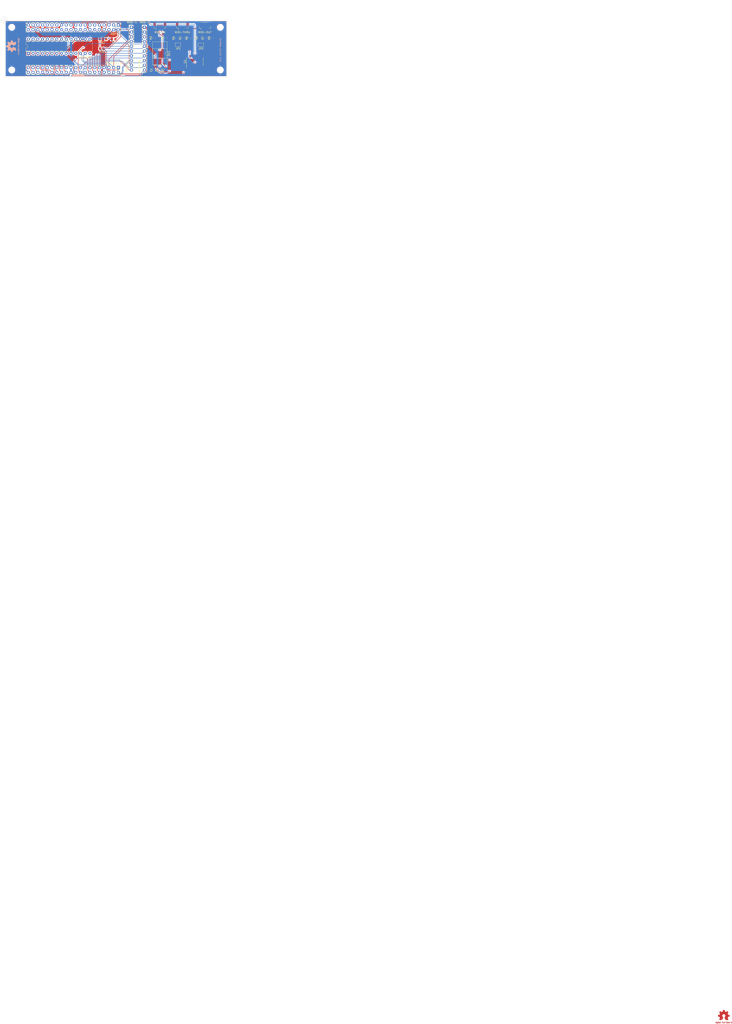
<source format=kicad_pcb>
(kicad_pcb (version 20211014) (generator pcbnew)
  (title_block (title "Zynaptik Circuit") (rev "1.0") (company "Zynthian"))
  (layers (0 "F.Cu" signal) (31 "B.Cu" signal) (34 "B.Paste" user) (35 "F.Paste" user) (36 "B.SilkS" user "B.Silkscreen") (37 "F.SilkS" user "F.Silkscreen") (38 "B.Mask" user) (39 "F.Mask" user) (44 "Edge.Cuts" user))
  (net 0 "")
  (net 1 "GND")
  (net 2 "+5V")
  (net 3 "Net-(D1-Pad2)")
  (net 4 "Net-(D1-Pad1)")
  (net 5 "/MIDI-IN")
  (net 6 "/INTB")
  (net 7 "/INTA")
  (net 8 "/SCL")
  (net 9 "/SDA")
  (net 10 "/AD-ADDR")
  (net 11 "/AD-READY")
  (net 12 "/AD-3")
  (net 13 "/AD-2")
  (net 14 "/AD-1")
  (net 15 "/AD-0")
  (net 16 "/DA-0")
  (net 17 "/DA-1")
  (net 18 "/DA-2")
  (net 19 "/DA-3")
  (net 20 "/DA-READY")
  (net 21 "/DA-LDAC")
  (net 22 "Net-(OC1-Pad1)")
  (net 23 "Net-(OC1-Pad3)")
  (net 24 "/MIDI-THRU")
  (net 25 "/MIDI-OUT")
  (net 26 "+3V3")
  (net 27 "Net-(RBPi-1-Pad40)")
  (net 28 "Net-(RBPi-1-Pad38)")
  (net 29 "Net-(RBPi-1-Pad35)")
  (net 30 "Net-(RBPi-1-Pad33)")
  (net 31 "Net-(RBPi-1-Pad32)")
  (net 32 "Net-(RBPi-1-Pad31)")
  (net 33 "Net-(RBPi-1-Pad29)")
  (net 34 "Net-(RBPi-1-Pad28)")
  (net 35 "Net-(RBPi-1-Pad27)")
  (net 36 "Net-(RBPi-1-Pad26)")
  (net 37 "Net-(RBPi-1-Pad24)")
  (net 38 "Net-(RBPi-1-Pad23)")
  (net 39 "Net-(RBPi-1-Pad22)")
  (net 40 "Net-(RBPi-1-Pad21)")
  (net 41 "Net-(RBPi-1-Pad19)")
  (net 42 "Net-(RBPi-1-Pad18)")
  (net 43 "Net-(RBPi-1-Pad16)")
  (net 44 "Net-(RBPi-1-Pad15)")
  (net 45 "Net-(RBPi-1-Pad13)")
  (net 46 "Net-(RBPi-1-Pad12)")
  (net 47 "Net-(RBPi-1-Pad11)")
  (net 48 "Net-(RBPi-1-Pad7)")
  (net 49 "/GPB0")
  (net 50 "/GPB1")
  (net 51 "/GPB2")
  (net 52 "/GPB3")
  (net 53 "/GPB4")
  (net 54 "/GPB5")
  (net 55 "/GPB6")
  (net 56 "/GPA0")
  (net 57 "/GPB7")
  (net 58 "/GPA1")
  (net 59 "/GPA2")
  (net 60 "/GPA3")
  (net 61 "/GPA4")
  (net 62 "/GPA5")
  (net 63 "/GPA6")
  (net 64 "/GPA7")
  (net 65 "Net-(MIDI-1-Pad3)")
  (net 66 "Net-(MIDI-2-Pad4)")
  (net 67 "Net-(MIDI-2-Pad3)")
  (net 68 "Net-(MIDI-3-Pad3)")
  (net 69 "Net-(MIDI-3-Pad4)")
  (net 70 "Net-(U1-Pad2)")
  (net 71 "Net-(U1-Pad10)")
  (net 72 "Net-(JP1-Pad2)")
  (net 73 "Net-(JP1-Pad1)")
  (net 74 "Net-(JP2-Pad1)")
  (net 75 "Net-(JP2-Pad2)")
  (net 76 "Net-(R6-Pad2)")
  (net 77 "Net-(R9-Pad2)")
  (footprint "Mounting_Holes:MountingHole_2.7mm_M2.5_DIN965" (layer "F.Cu") (at 61.595 104.775 180)
    (fp_text reference "MH1" hide)
    (fp_text value "MountingHole_2.7mm_M2.5_DIN965" hide)
  )
  (footprint "Mounting_Holes:MountingHole_2.7mm_M2.5_DIN965" (layer "F.Cu") (at 61.595 127.635)
    (fp_text reference "MH3" hide)
    (fp_text value "MountingHole_2.7mm_M2.5_DIN965" hide)
  )
  (footprint "Mounting_Holes:MountingHole_2.7mm_M2.5_DIN965" (layer "F.Cu") (at 173.355 104.775 180)
    (fp_text reference "MH2" hide)
    (fp_text value "MountingHole_2.7mm_M2.5_DIN965" hide)
  )
  (footprint "Mounting_Holes:MountingHole_2.7mm_M2.5_DIN965" (layer "F.Cu") (at 173.355 127.635)
    (fp_text reference "MH4" hide)
    (fp_text value "MountingHole_2.7mm_M2.5_DIN965" hide)
  )
  (footprint "Symbols:OSHW-Logo2_9.8x8mm_Copper" (layer "F.Cu") (at 443.23 635)
    (fp_text reference "REF***" hide)
    (fp_text value "OSHW-Logo2_9.8x8mm_Copper" hide)
  )
  (footprint "Symbols:OSHW-Logo2_9.8x8mm_Mask" (layer "F.Cu") (at 62.23 114.935 90)
    (fp_text reference "REF***" hide)
    (fp_text value "OSHW-Logo2_9.8x8mm_Copper" hide)
  )
  (footprint "Symbols:LOGO_ZYNTHIAN_Mask" (layer "F.Cu") (at 173.2915 116.205 90)
    (fp_text reference "G***" hide)
    (fp_text value "Zynthian Logo" hide)
  )
  (footprint "Capacitor_SMD:C_0805_2012Metric" (layer "F.Cu") (at 137.795 127.635 90)
    (fp_text reference "C1")
    (fp_text value "100n")
  )
  (footprint "Capacitor_SMD:C_0805_2012Metric" (layer "F.Cu") (at 116.205 111.125 180)
    (fp_text reference "C4")
    (fp_text value "100n")
  )
  (footprint "Diode_SMD:D_SOD-123" (layer "F.Cu") (at 110.49 111.125 180)
    (fp_text reference "D2")
    (fp_text value "1N5819")
  )
  (footprint "Package_DIP:DIP-28_W7.62mm" (layer "F.Cu") (at 70.485 118.745 90)
    (fp_text reference "MCP23017")
    (fp_text value "MCP23017")
  )
  (footprint "Connector_JST:JST_SH_BM04B-SRSS-TB_1x04-1MP_P1.00mm_Vertical" (layer "F.Cu") (at 140.97 104.14)
    (fp_text reference "MIDI-1")
    (fp_text value "MIDI-IN")
  )
  (footprint "Connector_JST:JST_SH_BM04B-SRSS-TB_1x04-1MP_P1.00mm_Vertical" (layer "F.Cu") (at 153.035 104.14)
    (fp_text reference "MIDI-2")
    (fp_text value "MIDI-THRU")
  )
  (footprint "Connector_JST:JST_SH_BM04B-SRSS-TB_1x04-1MP_P1.00mm_Vertical" (layer "F.Cu") (at 165.1 104.14)
    (fp_text reference "MIDI-3")
    (fp_text value "MIDI-OUT")
  )
  (footprint "Connector_PinHeader_2.54mm:PinHeader_1x10_P2.54mm_Vertical" (layer "F.Cu") (at 125.73 104.775)
    (fp_text reference "MOD-1")
    (fp_text value "ADS1115")
  )
  (footprint "Connector_PinHeader_2.54mm:PinHeader_1x10_P2.54mm_Vertical" (layer "F.Cu") (at 132.715 104.775)
    (fp_text reference "MOD-2")
    (fp_text value "MCP4728")
  )
  (footprint "Resistor_SMD:R_0805_2012Metric" (layer "F.Cu") (at 144.145 127.635 90)
    (fp_text reference "R1")
    (fp_text value "100")
  )
  (footprint "Resistor_SMD:R_0805_2012Metric" (layer "F.Cu") (at 144.145 110.49 90)
    (fp_text reference "R2")
    (fp_text value "470")
  )
  (footprint "Resistor_SMD:R_0805_2012Metric" (layer "F.Cu") (at 137.795 110.49 90)
    (fp_text reference "R3")
    (fp_text value "1K")
  )
  (footprint "Resistor_SMD:R_0805_2012Metric" (layer "F.Cu") (at 109.855 116.205 180)
    (fp_text reference "R10")
    (fp_text value "10K")
  )
  (footprint "Connector_PinHeader_2.54mm:PinHeader_2x20_P2.54mm_Vertical" (layer "F.Cu") (at 118.745 103.505 -90)
    (fp_text reference "RBPi-1")
    (fp_text value "RBPi GPIO")
  )
  (footprint "Connector_PinHeader_2.54mm:PinHeader_2x20_P2.54mm_Vertical" (layer "F.Cu") (at 118.745 126.365 -90)
    (fp_text reference "Zynaptik-1")
    (fp_text value "Zynaptik GPIO")
  )
  (footprint "Resistor_SMD:R_0805_2012Metric" (layer "F.Cu") (at 153.416 110.49 -90)
    (fp_text reference "R4")
    (fp_text value "330")
  )
  (footprint "Resistor_SMD:R_0805_2012Metric" (layer "F.Cu") (at 156.845 110.5535 -90)
    (fp_text reference "R6")
    (fp_text value "33")
  )
  (footprint "Resistor_SMD:R_0805_2012Metric" (layer "F.Cu") (at 165.608 110.49 -90)
    (fp_text reference "R7")
    (fp_text value "330")
  )
  (footprint "Resistor_SMD:R_0805_2012Metric" (layer "F.Cu") (at 162.2425 110.49 90)
    (fp_text reference "R8")
    (fp_text value "10")
  )
  (footprint "Resistor_SMD:R_0805_2012Metric" (layer "F.Cu") (at 169.037 110.4265 -90)
    (fp_text reference "R9")
    (fp_text value "33")
  )
  (footprint "Resistor_SMD:R_0805_2012Metric" (layer "F.Cu") (at 149.987 110.5535 90)
    (fp_text reference "R5")
    (fp_text value "10")
  )
  (footprint "Jumper:SolderJumper-2_P1.3mm_Open_Pad1.0x1.5mm" (layer "F.Cu") (at 150.6705 114.1095)
    (fp_text reference "JP1")
    (fp_text value "Jumper_NO_Small")
  )
  (footprint "Jumper:SolderJumper-2_P1.3mm_Open_Pad1.0x1.5mm" (layer "F.Cu") (at 162.941 114.173)
    (fp_text reference "JP2")
    (fp_text value "Jumper_NO_Small")
  )
  (footprint "Package_SO:SOIC-14_3.9x8.7mm_P1.27mm" (layer "F.Cu") (at 159.7025 123.1265 90)
    (fp_text reference "U1")
    (fp_text value "74LS14")
  )
  (footprint "Package_DIP:DIP-6_W8.89mm_SMDSocket_LongPads" (layer "F.Cu") (at 140.97 118.745 -90)
    (fp_text reference "OC1")
    (fp_text value "H11L1")
  )
  (footprint "Diode_SMD:D_SOD-323" (layer "F.Cu") (at 140.97 127.635 90)
    (fp_text reference "D1")
    (fp_text value "1N4148")
  )
  (footprint "Symbols:OSHW-Logo2_9.8x8mm_SilkScreen" (layer "B.Cu") (at 62.23 114.935 -90)
    (fp_text reference "REF***" hide)
    (fp_text value "OSHW-Logo2_9.8x8mm_SilkScreen" hide)
  )
  (gr_line (start 177.165 100.965) (end 177.165 131.445) (layer "Edge.Cuts") (width 0.1))
  (gr_line (start 57.785 100.965) (end 177.165 100.965) (layer "Edge.Cuts") (width 0.1))
  (gr_line (start 177.165 131.445) (end 57.785 131.445) (layer "Edge.Cuts") (width 0.1))
  (gr_line (start 57.785 131.445) (end 57.785 100.965) (layer "Edge.Cuts") (width 0.1))
  (gr_text "Zynaptik Circuit v1.0\n" (at 173.355 116.84 90) (layer "B.SilkS") (effects (font (size 0.8 0.8) (thickness 0.12)) (justify mirror)))
  (target plus (at 57.785 100.965) (size 5) (width 0.1) (layer "Edge.Cuts"))
  (segment (start 145.324999 121.889997) (end 144.650001 121.214999) (width 0.35) (layer "F.Cu") (net 1))
  (segment (start 109.92999 115.49245) (end 109.92999 125.16999) (width 0.25) (layer "F.Cu") (net 1))
  (segment (start 94.615 130.175) (end 109.22 130.175) (width 0.25) (layer "F.Cu") (net 1))
  (segment (start 83.185 104.775) (end 83.185 106.045) (width 0.25) (layer "F.Cu") (net 1))
  (segment (start 95.035001 105.195001) (end 95.885 106.045) (width 0.25) (layer "F.Cu") (net 1))
  (segment (start 101.508002 102.235) (end 95.341998 102.235) (width 0.25) (layer "F.Cu") (net 1))
  (segment (start 79.330001 104.819999) (end 86.950001 104.819999) (width 0.25) (layer "F.Cu") (net 1))
  (segment (start 83.185 106.045) (end 83.185 104.842919) (width 0.25) (layer "F.Cu") (net 1))
  (segment (start 94.659999 104.819999) (end 95.035001 105.195001) (width 0.25) (layer "F.Cu") (net 1))
  (segment (start 115.2675 111.125) (end 114.29744 111.125) (width 0.25) (layer "F.Cu") (net 1))
  (segment (start 83.773001 130.130001) (end 84.410001 129.493001) (width 0.25) (layer "F.Cu") (net 1))
  (segment (start 103.505 106.045) (end 102.235 104.775) (width 0.25) (layer "F.Cu") (net 1))
  (segment (start 98.425 111.125) (end 93.345 116.205) (width 0.25) (layer "F.Cu") (net 1))
  (segment (start 76.790001 104.730001) (end 77.255001 105.195001) (width 0.25) (layer "F.Cu") (net 1))
  (segment (start 78.105 128.905) (end 79.330001 130.130001) (width 0.25) (layer "F.Cu") (net 1))
  (segment (start 107.359999 102.279999) (end 107.735001 102.655001) (width 0.25) (layer "F.Cu") (net 1))
  (segment (start 110.536999 107.270001) (end 112.439999 107.270001) (width 0.25) (layer "F.Cu") (net 1))
  (segment (start 144.650001 121.214999) (end 142.195001 121.214999) (width 0.35) (layer "F.Cu") (net 1))
  (segment (start 84.410001 127.590001) (end 84.034999 127.214999) (width 0.25) (layer "F.Cu") (net 1))
  (segment (start 135.636 112.268) (end 135.636 124.5385) (width 0.35) (layer "F.Cu") (net 1))
  (segment (start 102.279999 103.006997) (end 101.508002 102.235) (width 0.25) (layer "F.Cu") (net 1))
  (segment (start 115.355001 129.754999) (end 116.205 128.905) (width 0.25) (layer "F.Cu") (net 1))
  (segment (start 102.916999 102.279999) (end 107.359999 102.279999) (width 0.25) (layer "F.Cu") (net 1))
  (segment (start 102.235 104.775) (end 102.235 102.961998) (width 0.25) (layer "F.Cu") (net 1))
  (segment (start 109.810001 104.730001) (end 109.810001 106.543003) (width 0.25) (layer "F.Cu") (net 1))
  (segment (start 109.810001 129.584999) (end 109.22 130.175) (width 0.25) (layer "F.Cu") (net 1))
  (segment (start 92.075 130.175) (end 93.345 128.905) (width 0.25) (layer "F.Cu") (net 1))
  (segment (start 103.505 106.045) (end 102.279999 104.819999) (width 0.25) (layer "F.Cu") (net 1))
  (segment (start 70.485 103.505) (end 71.710001 104.730001) (width 0.25) (layer "F.Cu") (net 1))
  (segment (start 94.659999 103.006997) (end 94.659999 104.819999) (width 0.25) (layer "F.Cu") (net 1))
  (segment (start 93.345 118.745) (end 93.345 126.365) (width 0.25) (layer "F.Cu") (net 1))
  (segment (start 102.235 102.961998) (end 102.916999 102.279999) (width 0.25) (layer "F.Cu") (net 1))
  (segment (start 108.585 103.505) (end 109.810001 104.730001) (width 0.25) (layer "F.Cu") (net 1))
  (segment (start 84.034999 127.214999) (end 83.185 126.365) (width 0.25) (layer "F.Cu") (net 1))
  (segment (start 86.950001 104.819999) (end 88.265 103.505) (width 0.25) (layer "F.Cu") (net 1))
  (segment (start 109.810001 106.543003) (end 110.536999 107.270001) (width 0.25) (layer "F.Cu") (net 1))
  (segment (start 95.885 108.585) (end 98.425 111.125) (width 0.25) (layer "F.Cu") (net 1))
  (segment (start 140.97 122.44) (end 140.97 123.19) (width 0.35) (layer "F.Cu") (net 1))
  (segment (start 83.185 104.842919) (end 83.16208 104.819999) (width 0.25) (layer "F.Cu") (net 1))
  (segment (start 142.195001 121.214999) (end 140.97 122.44) (width 0.35) (layer "F.Cu") (net 1))
  (segment (start 78.105 128.905) (end 79.375 130.175) (width 0.25) (layer "F.Cu") (net 1))
  (segment (start 145.324999 125.576499) (end 145.324999 121.889997) (width 0.35) (layer "F.Cu") (net 1))
  (segment (start 109.92999 125.16999) (end 110.275001 125.515001) (width 0.25) (layer "F.Cu") (net 1))
  (segment (start 78.954999 105.195001) (end 78.105 106.045) (width 0.25) (layer "F.Cu") (net 1))
  (segment (start 93.345 116.205) (end 93.345 118.745) (width 0.25) (layer "F.Cu") (net 1))
  (segment (start 149.418502 129.670002) (end 145.324999 125.576499) (width 0.35) (layer "F.Cu") (net 1))
  (segment (start 95.341998 102.235) (end 94.659999 102.916999) (width 0.25) (layer "F.Cu") (net 1))
  (segment (start 89.490001 102.279999) (end 93.933001 102.279999) (width 0.25) (layer "F.Cu") (net 1))
  (segment (start 140.97 122.555) (end 140.97 123.705) (width 0.35) (layer "F.Cu") (net 1))
  (segment (start 109.810001 127.679999) (end 109.810001 129.584999) (width 0.25) (layer "F.Cu") (net 1))
  (segment (start 93.345 128.905) (end 94.615 130.175) (width 0.25) (layer "F.Cu") (net 1))
  (segment (start 114.935 130.175) (end 115.355001 129.754999) (width 0.25) (layer "F.Cu") (net 1))
  (segment (start 98.425 111.125) (end 100.965 111.125) (width 0.25) (layer "F.Cu") (net 1))
  (segment (start 137.9775 126.6975) (end 137.795 126.6975) (width 0.35) (layer "F.Cu") (net 1))
  (segment (start 163.5125 126.2765) (end 160.118998 129.670002) (width 0.35) (layer "F.Cu") (net 1))
  (segment (start 94.659999 102.916999) (end 94.659999 104.819999) (width 0.25) (layer "F.Cu") (net 1))
  (segment (start 110.275001 125.515001) (end 111.125 126.365) (width 0.25) (layer "F.Cu") (net 1))
  (segment (start 109.22 130.175) (end 114.935 130.175) (width 0.25) (layer "F.Cu") (net 1))
  (segment (start 83.16208 104.819999) (end 79.330001 104.819999) (width 0.25) (layer "F.Cu") (net 1))
  (segment (start 71.710001 104.730001) (end 76.790001 104.730001) (width 0.25) (layer "F.Cu") (net 1))
  (segment (start 112.815001 106.894999) (end 113.665 106.045) (width 0.25) (layer "F.Cu") (net 1))
  (segment (start 79.330001 130.130001) (end 83.773001 130.130001) (width 0.25) (layer "F.Cu") (net 1))
  (segment (start 140.97 123.705) (end 137.9775 126.6975) (width 0.35) (layer "F.Cu") (net 1))
  (segment (start 77.255001 105.195001) (end 78.105 106.045) (width 0.25) (layer "F.Cu") (net 1))
  (segment (start 114.29744 111.125) (end 109.92999 115.49245) (width 0.25) (layer "F.Cu") (net 1))
  (segment (start 113.665 109.5225) (end 115.2675 111.125) (width 0.25) (layer "F.Cu") (net 1))
  (segment (start 95.885 106.045) (end 95.885 108.585) (width 0.25) (layer "F.Cu") (net 1))
  (segment (start 107.735001 102.655001) (end 108.585 103.505) (width 0.25) (layer "F.Cu") (net 1))
  (segment (start 160.118998 129.670002) (end 149.418502 129.670002) (width 0.35) (layer "F.Cu") (net 1))
  (segment (start 112.439999 107.270001) (end 112.815001 106.894999) (width 0.25) (layer "F.Cu") (net 1))
  (segment (start 111.125 126.365) (end 109.810001 127.679999) (width 0.25) (layer "F.Cu") (net 1))
  (segment (start 93.933001 102.279999) (end 94.659999 103.006997) (width 0.25) (layer "F.Cu") (net 1))
  (segment (start 79.375 130.175) (end 92.075 130.175) (width 0.25) (layer "F.Cu") (net 1))
  (segment (start 135.636 124.5385) (end 137.795 126.6975) (width 0.35) (layer "F.Cu") (net 1))
  (segment (start 113.665 106.045) (end 113.665 109.5225) (width 0.25) (layer "F.Cu") (net 1))
  (segment (start 88.265 103.505) (end 89.490001 102.279999) (width 0.25) (layer "F.Cu") (net 1))
  (segment (start 163.5125 125.8265) (end 163.5125 126.2765) (width 0.35) (layer "F.Cu") (net 1))
  (segment (start 79.330001 104.819999) (end 78.954999 105.195001) (width 0.25) (layer "F.Cu") (net 1))
  (segment (start 125.73 107.315) (end 132.715 107.315) (width 0.25) (layer "F.Cu") (net 1))
  (segment (start 102.279999 104.819999) (end 102.279999 103.006997) (width 0.25) (layer "F.Cu") (net 1))
  (segment (start 95.885 106.045) (end 94.659999 104.819999) (width 0.25) (layer "F.Cu") (net 1))
  (segment (start 93.345 126.365) (end 93.345 128.905) (width 0.25) (layer "F.Cu") (net 1))
  (segment (start 84.410001 129.493001) (end 84.410001 127.590001) (width 0.25) (layer "F.Cu") (net 1))
  (via (at 135.636 112.268) (size 0.6) (drill 0.4) (layers "F.Cu" "B.Cu") (net 1))
  (segment (start 125.109991 101.779989) (end 126.955001 103.624999) (width 0.25) (layer "B.Cu") (net 1))
  (segment (start 88.265 103.505) (end 89.990011 101.779989) (width 0.25) (layer "B.Cu") (net 1))
  (segment (start 132.715 107.315) (end 135.636 110.236) (width 0.35) (layer "B.Cu") (net 1))
  (segment (start 126.955001 103.624999) (end 126.955001 106.089999) (width 0.25) (layer "B.Cu") (net 1))
  (segment (start 126.579999 106.465001) (end 125.73 107.315) (width 0.25) (layer "B.Cu") (net 1))
  (segment (start 89.990011 101.779989) (end 125.109991 101.779989) (width 0.25) (layer "B.Cu") (net 1))
  (segment (start 135.636 110.236) (end 135.636 112.268) (width 0.35) (layer "B.Cu") (net 1))
  (segment (start 126.955001 106.089999) (end 126.579999 106.465001) (width 0.25) (layer "B.Cu") (net 1))
  (segment (start 134.3155 128.5725) (end 133.990001 128.247001) (width 0.35) (layer "F.Cu") (net 2))
  (segment (start 132.482003 129.754999) (end 119.594999 129.754999) (width 0.35) (layer "F.Cu") (net 2))
  (segment (start 166.8145 110.759) (end 166.8145 112.964502) (width 0.35) (layer "F.Cu") (net 2))
  (segment (start 133.990001 111.125) (end 133.990001 128.247001) (width 0.35) (layer "F.Cu") (net 2))
  (segment (start 160.61748 114.70698) (end 160.61748 108.44752) (width 0.35) (layer "F.Cu") (net 2))
  (segment (start 165.608 109.5525) (end 166.8145 110.759) (width 0.35) (layer "F.Cu") (net 2))
  (segment (start 160.61748 108.44752) (end 163.22929 105.83571) (width 0.35) (layer "F.Cu") (net 2))
  (segment (start 143.51 125.245002) (end 143.51 124.99) (width 0.25) (layer "F.Cu") (net 2))
  (segment (start 119.594999 129.754999) (end 118.745 128.905) (width 0.35) (layer "F.Cu") (net 2))
  (segment (start 143.51 122.555) (end 143.51 123.705) (width 0.35) (layer "F.Cu") (net 2))
  (segment (start 139.58183 103.76498) (end 142.640368 103.76498) (width 0.35) (layer "F.Cu") (net 2))
  (segment (start 90.805 116.205) (end 90.805 118.745) (width 0.35) (layer "F.Cu") (net 2))
  (segment (start 137.795 128.5725) (end 139.107499 127.260001) (width 0.25) (layer "F.Cu") (net 2))
  (segment (start 144.340388 105.465) (end 151.135 105.465) (width 0.35) (layer "F.Cu") (net 2))
  (segment (start 163.22929 105.83571) (end 163.6 105.465) (width 0.35) (layer "F.Cu") (net 2))
  (segment (start 142.640368 103.76498) (end 144.340388 105.465) (width 0.35) (layer "F.Cu") (net 2))
  (segment (start 155.321 118.755) (end 155.8925 119.3265) (width 0.35) (layer "F.Cu") (net 2))
  (segment (start 132.715 104.775) (end 133.915 104.775) (width 0.35) (layer "F.Cu") (net 2))
  (segment (start 154.322498 120.4265) (end 148.26198 114.365982) (width 0.35) (layer "F.Cu") (net 2))
  (segment (start 151.535 105.465) (end 151.535 104.59) (width 0.35) (layer "F.Cu") (net 2))
  (segment (start 143.51 124.99) (end 143.51 123.19) (width 0.25) (layer "F.Cu") (net 2))
  (segment (start 125.73 104.775) (end 132.715 104.775) (width 0.35) (layer "F.Cu") (net 2))
  (segment (start 155.8925 120.4265) (end 154.322498 120.4265) (width 0.35) (layer "F.Cu") (net 2))
  (segment (start 137.795 111.4275) (end 134.292501 111.4275) (width 0.35) (layer "F.Cu") (net 2))
  (segment (start 155.321 111.4575) (end 155.321 118.755) (width 0.35) (layer "F.Cu") (net 2))
  (segment (start 161.258501 115.348001) (end 160.61748 114.70698) (width 0.35) (layer "F.Cu") (net 2))
  (segment (start 134.292501 111.4275) (end 133.990001 111.125) (width 0.35) (layer "F.Cu") (net 2))
  (segment (start 118.745 106.045) (end 118.745 109.5225) (width 0.25) (layer "F.Cu") (net 2))
  (segment (start 133.990001 128.247001) (end 132.482003 129.754999) (width 0.35) (layer "F.Cu") (net 2))
  (segment (start 116.205 106.045) (end 118.745 106.045) (width 0.35) (layer "F.Cu") (net 2))
  (segment (start 151.535 105.465) (end 151.535 106.34) (width 0.35) (layer "F.Cu") (net 2))
  (segment (start 136.66999 110.30249) (end 136.66999 106.67682) (width 0.35) (layer "F.Cu") (net 2))
  (segment (start 155.8925 119.3265) (end 155.8925 120.4265) (width 0.35) (layer "F.Cu") (net 2))
  (segment (start 133.915 104.775) (end 133.990001 104.850001) (width 0.35) (layer "F.Cu") (net 2))
  (segment (start 118.745 109.5225) (end 117.1425 111.125) (width 0.25) (layer "F.Cu") (net 2))
  (segment (start 151.16429 105.83571) (end 151.535 105.465) (width 0.35) (layer "F.Cu") (net 2))
  (segment (start 141.495001 127.260001) (end 143.51 125.245002) (width 0.25) (layer "F.Cu") (net 2))
  (segment (start 151.535 104.59) (end 151.985 104.14) (width 0.35) (layer "F.Cu") (net 2))
  (segment (start 164.431001 115.348001) (end 161.258501 115.348001) (width 0.35) (layer "F.Cu") (net 2))
  (segment (start 148.26198 114.365982) (end 148.26198 108.73802) (width 0.35) (layer "F.Cu") (net 2))
  (segment (start 137.795 128.5725) (end 134.3155 128.5725) (width 0.35) (layer "F.Cu") (net 2))
  (segment (start 133.990001 104.850001) (end 133.990001 111.125) (width 0.35) (layer "F.Cu") (net 2))
  (segment (start 136.66999 106.67682) (end 139.58183 103.76498) (width 0.35) (layer "F.Cu") (net 2))
  (segment (start 95.885 111.125) (end 90.805 116.205) (width 0.35) (layer "F.Cu") (net 2))
  (segment (start 151.985 104.14) (end 155.080388 104.14) (width 0.35) (layer "F.Cu") (net 2))
  (segment (start 139.107499 127.260001) (end 141.495001 127.260001) (width 0.25) (layer "F.Cu") (net 2))
  (segment (start 166.8145 112.964502) (end 164.431001 115.348001) (width 0.35) (layer "F.Cu") (net 2))
  (segment (start 156.405388 105.465) (end 163.6 105.465) (width 0.35) (layer "F.Cu") (net 2))
  (segment (start 155.080388 104.14) (end 156.405388 105.465) (width 0.35) (layer "F.Cu") (net 2))
  (segment (start 151.135 105.465) (end 151.535 105.465) (width 0.35) (layer "F.Cu") (net 2))
  (segment (start 153.416 109.5525) (end 155.321 111.4575) (width 0.35) (layer "F.Cu") (net 2))
  (segment (start 148.26198 108.73802) (end 151.16429 105.83571) (width 0.35) (layer "F.Cu") (net 2))
  (segment (start 137.795 111.4275) (end 136.66999 110.30249) (width 0.35) (layer "F.Cu") (net 2))
  (segment (start 124.46 106.045) (end 125.73 104.775) (width 0.35) (layer "B.Cu") (net 2))
  (segment (start 96.684999 111.924999) (end 95.885 111.125) (width 0.35) (layer "B.Cu") (net 2))
  (segment (start 116.205 106.045) (end 111.125 111.125) (width 0.35) (layer "B.Cu") (net 2))
  (segment (start 97.110001 112.350001) (end 96.684999 111.924999) (width 0.35) (layer "B.Cu") (net 2))
  (segment (start 111.125 111.125) (end 103.505 111.125) (width 0.35) (layer "B.Cu") (net 2))
  (segment (start 118.745 106.045) (end 124.46 106.045) (width 0.35) (layer "B.Cu") (net 2))
  (segment (start 103.505 111.125) (end 102.279999 112.350001) (width 0.35) (layer "B.Cu") (net 2))
  (segment (start 102.279999 112.350001) (end 97.110001 112.350001) (width 0.35) (layer "B.Cu") (net 2))
  (segment (start 140.97 125.6665) (end 140.97 126.535) (width 0.25) (layer "F.Cu") (net 3))
  (segment (start 140.74501 104.31499) (end 142.19499 104.31499) (width 0.25) (layer "F.Cu") (net 3))
  (segment (start 142.19499 104.31499) (end 142.47 104.59) (width 0.25) (layer "F.Cu") (net 3))
  (segment (start 142.47 104.59) (end 142.47 105.465) (width 0.25) (layer "F.Cu") (net 3))
  (segment (start 140.335 105.6) (end 140.47 105.465) (width 0.25) (layer "F.Cu") (net 3))
  (segment (start 140.97 116.84) (end 140.97 114.935) (width 0.25) (layer "F.Cu") (net 3))
  (segment (start 140.47 106.859406) (end 140.47 105.465) (width 0.25) (layer "F.Cu") (net 3))
  (segment (start 140.97 109.268598) (end 140.913951 109.212549) (width 0.25) (layer "F.Cu") (net 3))
  (segment (start 140.47 105.465) (end 140.47 104.59) (width 0.25) (layer "F.Cu") (net 3))
  (segment (start 140.916047 107.305453) (end 140.47 106.859406) (width 0.25) (layer "F.Cu") (net 3))
  (segment (start 140.97 114.935) (end 140.97 109.268598) (width 0.25) (layer "F.Cu") (net 3))
  (segment (start 140.47 104.59) (end 140.74501 104.31499) (width 0.25) (layer "F.Cu") (net 3))
  (via (at 140.97 116.84) (size 0.6) (drill 0.4) (layers "F.Cu" "B.Cu") (net 3))
  (via (at 140.97 125.6665) (size 0.6) (drill 0.4) (layers "F.Cu" "B.Cu") (net 3))
  (via (at 140.916047 107.305453) (size 0.6) (drill 0.4) (layers "F.Cu" "B.Cu") (net 3))
  (via (at 140.913951 109.212549) (size 0.6) (drill 0.4) (layers "F.Cu" "B.Cu") (net 3))
  (segment (start 140.913951 107.307549) (end 140.916047 107.305453) (width 0.25) (layer "B.Cu") (net 3))
  (segment (start 140.913951 109.212549) (end 140.913951 107.307549) (width 0.25) (layer "B.Cu") (net 3))
  (segment (start 140.97 116.84) (end 140.97 125.6665) (width 0.25) (layer "B.Cu") (net 3))
  (segment (start 144.145 128.5725) (end 145.7475 128.5725) (width 0.25) (layer "F.Cu") (net 4))
  (segment (start 144.145 109.5525) (end 142.208498 109.5525) (width 0.25) (layer "F.Cu") (net 4))
  (segment (start 142.208498 109.5525) (end 139.47 106.814002) (width 0.25) (layer "F.Cu") (net 4))
  (segment (start 139.47 106.34) (end 139.47 105.465) (width 0.25) (layer "F.Cu") (net 4))
  (segment (start 146.05 111.4575) (end 144.145 109.5525) (width 0.25) (layer "F.Cu") (net 4))
  (segment (start 146.05 122.2375) (end 146.05 111.4575) (width 0.25) (layer "F.Cu") (net 4))
  (segment (start 140.97 128.735) (end 143.9825 128.735) (width 0.25) (layer "F.Cu") (net 4))
  (segment (start 139.47 106.814002) (end 139.47 106.34) (width 0.25) (layer "F.Cu") (net 4))
  (segment (start 143.9825 128.735) (end 144.145 128.5725) (width 0.25) (layer "F.Cu") (net 4))
  (segment (start 145.7475 128.5725) (end 146.05 128.27) (width 0.25) (layer "F.Cu") (net 4))
  (via (at 146.05 128.27) (size 0.6) (drill 0.4) (layers "F.Cu" "B.Cu") (net 4))
  (via (at 146.05 122.2375) (size 0.6) (drill 0.4) (layers "F.Cu" "B.Cu") (net 4))
  (segment (start 146.05 128.27) (end 146.05 122.2375) (width 0.25) (layer "B.Cu") (net 4))
  (segment (start 108.84 116.1275) (end 108.9175 116.205) (width 0.25) (layer "F.Cu") (net 5))
  (segment (start 108.585 110.87) (end 108.84 111.125) (width 0.25) (layer "F.Cu") (net 5))
  (segment (start 108.84 111.125) (end 108.84 116.1275) (width 0.25) (layer "F.Cu") (net 5))
  (segment (start 108.585 106.045) (end 108.585 110.87) (width 0.25) (layer "F.Cu") (net 5))
  (segment (start 77.656997 109.949999) (end 92.169999 109.949999) (width 0.25) (layer "B.Cu") (net 6))
  (segment (start 111.255043 124.682041) (end 112.439999 125.866997) (width 0.25) (layer "B.Cu") (net 6))
  (segment (start 74.250001 104.730001) (end 74.250001 106.543003) (width 0.25) (layer "B.Cu") (net 6))
  (segment (start 112.439999 125.866997) (end 112.439999 127.679999) (width 0.25) (layer "B.Cu") (net 6))
  (segment (start 109.407555 124.682041) (end 111.255043 124.682041) (width 0.25) (layer "B.Cu") (net 6))
  (segment (start 112.815001 128.055001) (end 113.665 128.905) (width 0.25) (layer "B.Cu") (net 6))
  (segment (start 73.025 103.505) (end 74.250001 104.730001) (width 0.25) (layer "B.Cu") (net 6))
  (segment (start 92.169999 109.949999) (end 92.545001 110.325001) (width 0.25) (layer "B.Cu") (net 6))
  (segment (start 97.262867 124.639989) (end 109.365501 124.639989) (width 0.25) (layer "B.Cu") (net 6))
  (segment (start 94.615 112.395) (end 94.615 121.992122) (width 0.25) (layer "B.Cu") (net 6))
  (segment (start 92.545001 110.325001) (end 93.345 111.125) (width 0.25) (layer "B.Cu") (net 6))
  (segment (start 94.615 121.992122) (end 97.262867 124.639989) (width 0.25) (layer "B.Cu") (net 6))
  (segment (start 93.345 111.125) (end 94.615 112.395) (width 0.25) (layer "B.Cu") (net 6))
  (segment (start 74.250001 106.543003) (end 77.656997 109.949999) (width 0.25) (layer "B.Cu") (net 6))
  (segment (start 112.439999 127.679999) (end 112.815001 128.055001) (width 0.25) (layer "B.Cu") (net 6))
  (segment (start 109.365501 124.639989) (end 109.407555 124.682041) (width 0.25) (layer "B.Cu") (net 6))
  (segment (start 76.790001 107.270001) (end 86.950001 107.270001) (width 0.25) (layer "F.Cu") (net 7))
  (segment (start 90.005001 110.325001) (end 90.805 111.125) (width 0.25) (layer "F.Cu") (net 7))
  (segment (start 75.565 106.045) (end 76.790001 107.270001) (width 0.25) (layer "F.Cu") (net 7))
  (segment (start 86.950001 107.270001) (end 90.005001 110.325001) (width 0.25) (layer "F.Cu") (net 7))
  (segment (start 109.899999 125.866997) (end 109.899999 127.679999) (width 0.25) (layer "B.Cu") (net 7))
  (segment (start 92.075 120.159244) (end 97.055756 125.14) (width 0.25) (layer "B.Cu") (net 7))
  (segment (start 90.805 111.125) (end 92.075 112.395) (width 0.25) (layer "B.Cu") (net 7))
  (segment (start 92.075 112.395) (end 92.075 120.159244) (width 0.25) (layer "B.Cu") (net 7))
  (segment (start 109.173002 125.14) (end 109.899999 125.866997) (width 0.25) (layer "B.Cu") (net 7))
  (segment (start 110.275001 128.055001) (end 111.125 128.905) (width 0.25) (layer "B.Cu") (net 7))
  (segment (start 97.055756 125.14) (end 109.173002 125.14) (width 0.25) (layer "B.Cu") (net 7))
  (segment (start 109.899999 127.679999) (end 110.275001 128.055001) (width 0.25) (layer "B.Cu") (net 7))
  (segment (start 125.73 109.855) (end 132.715 109.855) (width 0.25) (layer "F.Cu") (net 8))
  (segment (start 124.880001 109.005001) (end 125.73 109.855) (width 0.25) (layer "F.Cu") (net 8))
  (segment (start 125.73 109.855) (end 113.665 121.92) (width 0.25) (layer "F.Cu") (net 8))
  (segment (start 124.504999 106.889997) (end 124.504999 108.629999) (width 0.25) (layer "F.Cu") (net 8))
  (segment (start 113.665 121.92) (end 113.665 126.365) (width 0.25) (layer "F.Cu") (net 8))
  (segment (start 113.665 103.505) (end 114.935 102.235) (width 0.25) (layer "F.Cu") (net 8))
  (segment (start 119.850002 102.235) (end 124.504999 106.889997) (width 0.25) (layer "F.Cu") (net 8))
  (segment (start 114.935 102.235) (end 119.850002 102.235) (width 0.25) (layer "F.Cu") (net 8))
  (segment (start 124.504999 108.629999) (end 124.880001 109.005001) (width 0.25) (layer "F.Cu") (net 8))
  (segment (start 99.224999 122.521125) (end 99.224999 119.544999) (width 0.25) (layer "B.Cu") (net 8))
  (segment (start 111.482031 124.182031) (end 109.614665 124.182031) (width 0.25) (layer "B.Cu") (net 8))
  (segment (start 109.614665 124.182031) (end 109.543647 124.111013) (width 0.25) (layer "B.Cu") (net 8))
  (segment (start 109.543647 124.111013) (end 100.814886 124.111012) (width 0.25) (layer "B.Cu") (net 8))
  (segment (start 99.224999 119.544999) (end 98.425 118.745) (width 0.25) (layer "B.Cu") (net 8))
  (segment (start 100.814886 124.111012) (end 99.224999 122.521125) (width 0.25) (layer "B.Cu") (net 8))
  (segment (start 113.665 126.365) (end 111.482031 124.182031) (width 0.25) (layer "B.Cu") (net 8))
  (segment (start 125.73 112.395) (end 132.715 112.395) (width 0.25) (layer "F.Cu") (net 9))
  (segment (start 125.73 112.395) (end 124.527919 112.395) (width 0.25) (layer "F.Cu") (net 9))
  (segment (start 116.205 120.717919) (end 116.205 126.365) (width 0.25) (layer "F.Cu") (net 9))
  (segment (start 124.527919 112.395) (end 116.205 120.717919) (width 0.25) (layer "F.Cu") (net 9))
  (segment (start 101.021998 123.611002) (end 100.165001 122.754005) (width 0.25) (layer "B.Cu") (net 9))
  (segment (start 116.205 126.365) (end 113.522021 123.682021) (width 0.25) (layer "B.Cu") (net 9))
  (segment (start 117.430001 106.543003) (end 123.281998 112.395) (width 0.25) (layer "B.Cu") (net 9))
  (segment (start 109.821777 123.682021) (end 109.750758 123.611002) (width 0.25) (layer "B.Cu") (net 9))
  (segment (start 113.522021 123.682021) (end 109.821777 123.682021) (width 0.25) (layer "B.Cu") (net 9))
  (segment (start 116.205 103.505) (end 117.430001 104.730001) (width 0.25) (layer "B.Cu") (net 9))
  (segment (start 123.281998 112.395) (end 125.73 112.395) (width 0.25) (layer "B.Cu") (net 9))
  (segment (start 100.165001 122.754005) (end 100.165001 119.544999) (width 0.25) (layer "B.Cu") (net 9))
  (segment (start 117.430001 104.730001) (end 117.430001 106.543003) (width 0.25) (layer "B.Cu") (net 9))
  (segment (start 100.165001 119.544999) (end 100.965 118.745) (width 0.25) (layer "B.Cu") (net 9))
  (segment (start 109.750758 123.611002) (end 101.021998 123.611002) (width 0.25) (layer "B.Cu") (net 9))
  (segment (start 107.315 119.887721) (end 106.98531 119.558031) (width 0.25) (layer "F.Cu") (net 10))
  (segment (start 107.315 127.635) (end 107.315 119.887721) (width 0.25) (layer "F.Cu") (net 10))
  (segment (start 108.585 128.905) (end 107.315 127.635) (width 0.25) (layer "F.Cu") (net 10))
  (via (at 106.98531 119.558031) (size 0.6) (drill 0.4) (layers "F.Cu" "B.Cu") (net 10))
  (segment (start 111.608341 114.935) (end 106.98531 119.558031) (width 0.25) (layer "B.Cu") (net 10))
  (segment (start 125.73 114.935) (end 111.608341 114.935) (width 0.25) (layer "B.Cu") (net 10))
  (segment (start 106.045 128.905) (end 104.756309 127.616309) (width 0.25) (layer "F.Cu") (net 11))
  (segment (start 104.756309 127.616309) (end 104.756309 120.558051) (width 0.25) (layer "F.Cu") (net 11))
  (via (at 104.756309 120.558051) (size 0.6) (drill 0.4) (layers "F.Cu" "B.Cu") (net 11))
  (segment (start 104.756309 120.133787) (end 104.756309 120.558051) (width 0.25) (layer "B.Cu") (net 11))
  (segment (start 106.317578 120.233039) (end 105.967588 119.883049) (width 0.25) (layer "B.Cu") (net 11))
  (segment (start 105.967588 119.883049) (end 105.007047 119.883049) (width 0.25) (layer "B.Cu") (net 11))
  (segment (start 125.73 117.475) (end 111.543634 117.475) (width 0.25) (layer "B.Cu") (net 11))
  (segment (start 105.007047 119.883049) (end 104.756309 120.133787) (width 0.25) (layer "B.Cu") (net 11))
  (segment (start 111.543634 117.475) (end 108.785594 120.233039) (width 0.25) (layer "B.Cu") (net 11))
  (segment (start 108.785594 120.233039) (end 106.317578 120.233039) (width 0.25) (layer "B.Cu") (net 11))
  (segment (start 102.279999 127.679999) (end 102.655001 128.055001) (width 0.25) (layer "F.Cu") (net 12))
  (segment (start 103.898224 120.723628) (end 103.101286 120.723628) (width 0.25) (layer "F.Cu") (net 12))
  (segment (start 102.655001 128.055001) (end 103.505 128.905) (width 0.25) (layer "F.Cu") (net 12))
  (segment (start 102.279999 121.544915) (end 102.279999 127.679999) (width 0.25) (layer "F.Cu") (net 12))
  (segment (start 103.101286 120.723628) (end 102.279999 121.544915) (width 0.25) (layer "F.Cu") (net 12))
  (via (at 103.898224 120.723628) (size 0.6) (drill 0.4) (layers "F.Cu" "B.Cu") (net 12))
  (segment (start 125.73 120.015) (end 110.417878 120.015) (width 0.25) (layer "B.Cu") (net 12))
  (segment (start 109.199815 121.233061) (end 104.407657 121.233061) (width 0.25) (layer "B.Cu") (net 12))
  (segment (start 110.417878 120.015) (end 109.199815 121.233061) (width 0.25) (layer "B.Cu") (net 12))
  (segment (start 104.407657 121.233061) (end 103.898224 120.723628) (width 0.25) (layer "B.Cu") (net 12))
  (segment (start 120.784989 128.678013) (end 119.333001 130.130001) (width 0.25) (layer "B.Cu") (net 13))
  (segment (start 102.190001 130.130001) (end 101.814999 129.754999) (width 0.25) (layer "B.Cu") (net 13))
  (segment (start 120.784989 126.157889) (end 120.784989 128.678013) (width 0.25) (layer "B.Cu") (net 13))
  (segment (start 125.73 122.555) (end 124.387878 122.555) (width 0.25) (layer "B.Cu") (net 13))
  (segment (start 119.333001 130.130001) (end 102.190001 130.130001) (width 0.25) (layer "B.Cu") (net 13))
  (segment (start 101.814999 129.754999) (end 100.965 128.905) (width 0.25) (layer "B.Cu") (net 13))
  (segment (start 124.387878 122.555) (end 120.784989 126.157889) (width 0.25) (layer "B.Cu") (net 13))
  (segment (start 97.575001 128.055001) (end 98.425 128.905) (width 0.25) (layer "F.Cu") (net 14))
  (segment (start 97.199999 127.679999) (end 97.575001 128.055001) (width 0.25) (layer "F.Cu") (net 14))
  (segment (start 124.46 114.935) (end 124.206 114.681) (width 0.25) (layer "F.Cu") (net 14))
  (segment (start 97.199999 118.021737) (end 97.199999 127.679999) (width 0.25) (layer "F.Cu") (net 14))
  (segment (start 124.46 123.825) (end 124.46 114.935) (width 0.25) (layer "F.Cu") (net 14))
  (segment (start 125.73 125.095) (end 124.46 123.825) (width 0.25) (layer "F.Cu") (net 14))
  (segment (start 124.206 114.681) (end 124.206 114.046) (width 0.25) (layer "F.Cu") (net 14))
  (segment (start 100.076 115.57) (end 99.651736 115.57) (width 0.25) (layer "F.Cu") (net 14))
  (segment (start 99.651736 115.57) (end 97.199999 118.021737) (width 0.25) (layer "F.Cu") (net 14))
  (via (at 100.076 115.57) (size 0.6) (drill 0.4) (layers "F.Cu" "B.Cu") (net 14))
  (via (at 124.206 114.046) (size 0.6) (drill 0.4) (layers "F.Cu" "B.Cu") (net 14))
  (segment (start 123.906001 113.746001) (end 123.398001 113.746001) (width 0.25) (layer "B.Cu") (net 14))
  (segment (start 123.19 113.538) (end 102.108 113.538) (width 0.25) (layer "B.Cu") (net 14))
  (segment (start 102.108 113.538) (end 100.076 115.57) (width 0.25) (layer "B.Cu") (net 14))
  (segment (start 123.398001 113.746001) (end 123.19 113.538) (width 0.25) (layer "B.Cu") (net 14))
  (segment (start 124.206 114.046) (end 123.906001 113.746001) (width 0.25) (layer "B.Cu") (net 14))
  (segment (start 94.659999 123.526001) (end 94.659999 127.679999) (width 0.25) (layer "F.Cu") (net 15))
  (segment (start 96.012 122.174) (end 94.659999 123.526001) (width 0.25) (layer "F.Cu") (net 15))
  (segment (start 101.346 121.158) (end 98.298 121.158) (width 0.25) (layer "F.Cu") (net 15))
  (segment (start 95.035001 128.055001) (end 95.885 128.905) (width 0.25) (layer "F.Cu") (net 15))
  (segment (start 125.73 127.635) (end 124.527919 127.635) (width 0.25) (layer "F.Cu") (net 15))
  (segment (start 94.659999 127.679999) (end 95.035001 128.055001) (width 0.25) (layer "F.Cu") (net 15))
  (segment (start 124.527919 127.635) (end 119.126 122.233081) (width 0.25) (layer "F.Cu") (net 15))
  (via (at 119.126 122.233081) (size 0.6) (drill 0.4) (layers "F.Cu" "B.Cu") (net 15))
  (via (at 96.012 122.174) (size 0.6) (drill 0.4) (layers "F.Cu" "B.Cu") (net 15))
  (via (at 98.298 121.158) (size 0.6) (drill 0.4) (layers "F.Cu" "B.Cu") (net 15))
  (via (at 101.346 121.158) (size 0.6) (drill 0.4) (layers "F.Cu" "B.Cu") (net 15))
  (segment (start 102.421081 122.233081) (end 101.346 121.158) (width 0.25) (layer "B.Cu") (net 15))
  (segment (start 98.298 121.158) (end 97.028 121.158) (width 0.25) (layer "B.Cu") (net 15))
  (segment (start 97.028 121.158) (end 96.012 122.174) (width 0.25) (layer "B.Cu") (net 15))
  (segment (start 119.126 122.233081) (end 102.421081 122.233081) (width 0.25) (layer "B.Cu") (net 15))
  (segment (start 121.412 130.81) (end 93.472 130.81) (width 0.25) (layer "F.Cu") (net 16))
  (via (at 121.412 130.81) (size 0.6) (drill 0.4) (layers "F.Cu" "B.Cu") (net 16))
  (via (at 93.472 130.81) (size 0.6) (drill 0.4) (layers "F.Cu" "B.Cu") (net 16))
  (segment (start 94.659999 129.622001) (end 93.472 130.81) (width 0.25) (layer "B.Cu") (net 16))
  (segment (start 129.54 130.81) (end 121.412 130.81) (width 0.25) (layer "B.Cu") (net 16))
  (segment (start 132.715 127.635) (end 129.54 130.81) (width 0.25) (layer "B.Cu") (net 16))
  (segment (start 95.885 126.365) (end 94.659999 127.590001) (width 0.25) (layer "B.Cu") (net 16))
  (segment (start 94.659999 127.590001) (end 94.659999 129.622001) (width 0.25) (layer "B.Cu") (net 16))
  (segment (start 101.346 123.444) (end 98.425 126.365) (width 0.25) (layer "F.Cu") (net 17))
  (segment (start 123.497979 125.65045) (end 123.197979 125.350451) (width 0.25) (layer "F.Cu") (net 17))
  (segment (start 123.197979 125.350451) (end 121.905006 124.057478) (width 0.25) (layer "F.Cu") (net 17))
  (segment (start 101.346 122.936) (end 101.346 123.444) (width 0.25) (layer "F.Cu") (net 17))
  (via (at 121.905006 124.057478) (size 0.6) (drill 0.4) (layers "F.Cu" "B.Cu") (net 17))
  (via (at 101.346 122.936) (size 0.6) (drill 0.4) (layers "F.Cu" "B.Cu") (net 17))
  (via (at 123.497979 125.65045) (size 0.6) (drill 0.4) (layers "F.Cu" "B.Cu") (net 17))
  (segment (start 132.715 125.095) (end 131.489999 126.320001) (width 0.25) (layer "B.Cu") (net 17))
  (segment (start 120.783528 122.936) (end 101.346 122.936) (width 0.25) (layer "B.Cu") (net 17))
  (segment (start 124.16753 126.320001) (end 123.497979 125.65045) (width 0.25) (layer "B.Cu") (net 17))
  (segment (start 121.905006 124.057478) (end 120.783528 122.936) (width 0.25) (layer "B.Cu") (net 17))
  (segment (start 131.489999 126.320001) (end 124.16753 126.320001) (width 0.25) (layer "B.Cu") (net 17))
  (segment (start 121.285 128.905) (end 120.015 130.175) (width 0.25) (layer "B.Cu") (net 18))
  (segment (start 131.489999 123.780001) (end 123.869999 123.780001) (width 0.25) (layer "B.Cu") (net 18))
  (segment (start 100.877009 130.630011) (end 99.739999 129.493001) (width 0.25) (layer "B.Cu") (net 18))
  (segment (start 119.540111 130.630011) (end 100.877009 130.630011) (width 0.25) (layer "B.Cu") (net 18))
  (segment (start 100.115001 127.214999) (end 100.965 126.365) (width 0.25) (layer "B.Cu") (net 18))
  (segment (start 99.739999 129.493001) (end 99.739999 127.590001) (width 0.25) (layer "B.Cu") (net 18))
  (segment (start 123.869999 123.780001) (end 121.285 126.365) (width 0.25) (layer "B.Cu") (net 18))
  (segment (start 99.739999 127.590001) (end 100.115001 127.214999) (width 0.25) (layer "B.Cu") (net 18))
  (segment (start 132.715 122.555) (end 131.489999 123.780001) (width 0.25) (layer "B.Cu") (net 18))
  (segment (start 121.285 126.365) (end 121.285 128.905) (width 0.25) (layer "B.Cu") (net 18))
  (segment (start 119.995122 130.175) (end 119.540111 130.630011) (width 0.25) (layer "B.Cu") (net 18))
  (segment (start 120.015 130.175) (end 119.995122 130.175) (width 0.25) (layer "B.Cu") (net 18))
  (segment (start 103.505 121.799498) (end 103.263573 121.558071) (width 0.25) (layer "F.Cu") (net 19))
  (segment (start 103.505 126.365) (end 103.505 121.799498) (width 0.25) (layer "F.Cu") (net 19))
  (via (at 103.263573 121.558071) (size 0.6) (drill 0.4) (layers "F.Cu" "B.Cu") (net 19))
  (segment (start 109.899997 121.240001) (end 109.406928 121.73307) (width 0.25) (layer "B.Cu") (net 19))
  (segment (start 109.406928 121.73307) (end 103.862836 121.73307) (width 0.25) (layer "B.Cu") (net 19))
  (segment (start 131.489999 121.240001) (end 109.899997 121.240001) (width 0.25) (layer "B.Cu") (net 19))
  (segment (start 132.715 120.015) (end 131.489999 121.240001) (width 0.25) (layer "B.Cu") (net 19))
  (segment (start 103.862836 121.73307) (end 103.687837 121.558071) (width 0.25) (layer "B.Cu") (net 19))
  (segment (start 103.687837 121.558071) (end 103.263573 121.558071) (width 0.25) (layer "B.Cu") (net 19))
  (segment (start 106.045 126.365) (end 106.045 120.959465) (width 0.25) (layer "F.Cu") (net 20))
  (segment (start 106.045 120.959465) (end 105.643586 120.558051) (width 0.25) (layer "F.Cu") (net 20))
  (via (at 105.643586 120.558051) (size 0.6) (drill 0.4) (layers "F.Cu" "B.Cu") (net 20))
  (segment (start 131.489999 118.700001) (end 111.025755 118.700001) (width 0.25) (layer "B.Cu") (net 20))
  (segment (start 111.025755 118.700001) (end 108.992705 120.73305) (width 0.25) (layer "B.Cu") (net 20))
  (segment (start 132.715 117.475) (end 131.489999 118.700001) (width 0.25) (layer "B.Cu") (net 20))
  (segment (start 108.992705 120.73305) (end 105.818585 120.73305) (width 0.25) (layer "B.Cu") (net 20))
  (segment (start 105.818585 120.73305) (end 105.643586 120.558051) (width 0.25) (layer "B.Cu") (net 20))
  (segment (start 108.585 126.365) (end 108.585 119.832019) (width 0.25) (layer "F.Cu") (net 21))
  (segment (start 108.585 119.832019) (end 108.311012 119.558031) (width 0.25) (layer "F.Cu") (net 21))
  (via (at 108.311012 119.558031) (size 0.6) (drill 0.4) (layers "F.Cu" "B.Cu") (net 21))
  (segment (start 131.489999 116.160001) (end 111.709042 116.160001) (width 0.25) (layer "B.Cu") (net 21))
  (segment (start 132.715 114.935) (end 131.489999 116.160001) (width 0.25) (layer "B.Cu") (net 21))
  (segment (start 111.709042 116.160001) (end 108.311012 119.558031) (width 0.25) (layer "B.Cu") (net 21))
  (segment (start 143.51 114.935) (end 143.51 112.0625) (width 0.25) (layer "F.Cu") (net 22))
  (segment (start 143.51 112.0625) (end 144.145 111.4275) (width 0.25) (layer "F.Cu") (net 22))
  (segment (start 112.14 111.125) (end 113.03 111.125) (width 0.25) (layer "F.Cu") (net 24))
  (segment (start 138.43 120.015) (end 138.43 122.555) (width 0.25) (layer "F.Cu") (net 24))
  (segment (start 139.605001 118.839999) (end 139.605001 110.062501) (width 0.25) (layer "F.Cu") (net 24))
  (segment (start 138.43 121.505) (end 138.43 122.555) (width 0.25) (layer "F.Cu") (net 24))
  (segment (start 113.03 111.125) (end 113.665 110.49) (width 0.25) (layer "F.Cu") (net 24))
  (segment (start 155.8925 125.8265) (end 155.8925 127.635) (width 0.25) (layer "F.Cu") (net 24))
  (segment (start 137.795 109.5525) (end 139.095 109.5525) (width 0.25) (layer "F.Cu") (net 24))
  (segment (start 155.8925 127.635) (end 154.582499 128.945001) (width 0.25) (layer "F.Cu") (net 24))
  (segment (start 138.43 120.015) (end 139.605001 118.839999) (width 0.25) (layer "F.Cu") (net 24))
  (segment (start 154.582499 128.945001) (end 153.629999 128.945001) (width 0.25) (layer "F.Cu") (net 24))
  (segment (start 139.605001 110.062501) (end 139.095 109.5525) (width 0.25) (layer "F.Cu") (net 24))
  (via (at 153.629999 128.945001) (size 0.6) (drill 0.4) (layers "F.Cu" "B.Cu") (net 24))
  (via (at 138.43 120.015) (size 0.6) (drill 0.4) (layers "F.Cu" "B.Cu") (net 24))
  (via (at 113.665 110.49) (size 0.6) (drill 0.4) (layers "F.Cu" "B.Cu") (net 24))
  (segment (start 138.43 118.836998) (end 138.43 120.015) (width 0.25) (layer "B.Cu") (net 24))
  (segment (start 124.417008 112.89501) (end 125.231997 113.709999) (width 0.25) (layer "B.Cu") (net 24))
  (segment (start 133.303001 113.709999) (end 138.43 118.836998) (width 0.25) (layer "B.Cu") (net 24))
  (segment (start 125.231997 113.709999) (end 133.303001 113.709999) (width 0.25) (layer "B.Cu") (net 24))
  (segment (start 143.820999 128.945001) (end 153.629999 128.945001) (width 0.25) (layer "B.Cu") (net 24))
  (segment (start 113.665 110.49) (end 116.07001 112.89501) (width 0.25) (layer "B.Cu") (net 24))
  (segment (start 138.43 126.0475) (end 141.327501 128.945001) (width 0.25) (layer "B.Cu") (net 24))
  (segment (start 141.327501 128.945001) (end 143.820999 128.945001) (width 0.25) (layer "B.Cu") (net 24))
  (segment (start 116.07001 112.89501) (end 124.417008 112.89501) (width 0.25) (layer "B.Cu") (net 24))
  (segment (start 138.43 120.015) (end 138.43 126.0475) (width 0.25) (layer "B.Cu") (net 24))
  (segment (start 112.350001 103.006997) (end 113.756998 101.6) (width 0.25) (layer "F.Cu") (net 25))
  (segment (start 111.125 106.045) (end 112.350001 104.819999) (width 0.25) (layer "F.Cu") (net 25))
  (segment (start 113.756998 101.6) (end 134.366 101.6) (width 0.25) (layer "F.Cu") (net 25))
  (segment (start 159.766 120.363) (end 159.7025 120.4265) (width 0.25) (layer "F.Cu") (net 25))
  (segment (start 134.366 101.6) (end 135.89 103.124) (width 0.25) (layer "F.Cu") (net 25))
  (segment (start 112.350001 104.819999) (end 112.350001 103.006997) (width 0.25) (layer "F.Cu") (net 25))
  (segment (start 159.766 118.6815) (end 159.766 120.363) (width 0.25) (layer "F.Cu") (net 25))
  (via (at 159.766 118.6815) (size 0.6) (drill 0.4) (layers "F.Cu" "B.Cu") (net 25))
  (via (at 135.89 103.124) (size 0.6) (drill 0.4) (layers "F.Cu" "B.Cu") (net 25))
  (segment (start 135.89 103.124) (end 159.258 103.124) (width 0.25) (layer "B.Cu") (net 25))
  (segment (start 159.258 103.124) (end 159.766 103.632) (width 0.25) (layer "B.Cu") (net 25))
  (segment (start 159.766 103.632) (end 159.766 111.125) (width 0.25) (layer "B.Cu") (net 25))
  (segment (start 159.766 111.125) (end 159.766 118.6815) (width 0.25) (layer "B.Cu") (net 25))
  (segment (start 112.439999 126.953001) (end 113.121998 127.635) (width 0.25) (layer "F.Cu") (net 26))
  (segment (start 119.970001 109.872559) (end 113.63756 116.205) (width 0.25) (layer "F.Cu") (net 26))
  (segment (start 119.845 103.505) (end 119.970001 103.630001) (width 0.25) (layer "F.Cu") (net 26))
  (segment (start 118.745 103.505) (end 119.845 103.505) (width 0.25) (layer "F.Cu") (net 26))
  (segment (start 113.121998 127.635) (end 118.575 127.635) (width 0.25) (layer "F.Cu") (net 26))
  (segment (start 118.745 127.465) (end 118.745 126.365) (width 0.25) (layer "F.Cu") (net 26))
  (segment (start 112.439999 117.852499) (end 112.439999 126.953001) (width 0.25) (layer "F.Cu") (net 26))
  (segment (start 118.575 127.635) (end 118.745 127.465) (width 0.25) (layer "F.Cu") (net 26))
  (segment (start 119.970001 103.630001) (end 119.970001 109.872559) (width 0.25) (layer "F.Cu") (net 26))
  (segment (start 110.7925 116.205) (end 112.439999 117.852499) (width 0.25) (layer "F.Cu") (net 26))
  (segment (start 113.63756 116.205) (end 110.7925 116.205) (width 0.25) (layer "F.Cu") (net 26))
  (segment (start 118.619999 102.279999) (end 118.745 102.405) (width 0.25) (layer "B.Cu") (net 26))
  (segment (start 98.425 103.505) (end 99.650001 102.279999) (width 0.25) (layer "B.Cu") (net 26))
  (segment (start 118.745 102.405) (end 118.745 103.505) (width 0.25) (layer "B.Cu") (net 26))
  (segment (start 99.650001 102.279999) (end 118.619999 102.279999) (width 0.25) (layer "B.Cu") (net 26))
  (segment (start 70.485 118.745) (end 70.485 126.365) (width 0.25) (layer "F.Cu") (net 49))
  (segment (start 73.025 118.745) (end 73.025 126.365) (width 0.25) (layer "F.Cu") (net 50))
  (segment (start 75.565 118.745) (end 75.565 126.365) (width 0.25) (layer "F.Cu") (net 51))
  (segment (start 78.105 118.745) (end 78.105 126.365) (width 0.25) (layer "F.Cu") (net 52))
  (segment (start 80.645 118.745) (end 80.645 126.365) (width 0.25) (layer "F.Cu") (net 53))
  (segment (start 83.185 123.825) (end 85.725 126.365) (width 0.25) (layer "F.Cu") (net 54))
  (segment (start 83.185 118.745) (end 83.185 123.825) (width 0.25) (layer "F.Cu") (net 54))
  (segment (start 85.725 118.745) (end 85.725 123.825) (width 0.25) (layer "F.Cu") (net 55))
  (segment (start 85.725 123.825) (end 88.265 126.365) (width 0.25) (layer "F.Cu") (net 55))
  (segment (start 87.089999 112.300001) (end 87.089999 123.376997) (width 0.25) (layer "F.Cu") (net 56))
  (segment (start 89.579999 125.866997) (end 89.579999 127.679999) (width 0.25) (layer "F.Cu") (net 56))
  (segment (start 88.265 111.125) (end 87.089999 112.300001) (width 0.25) (layer "F.Cu") (net 56))
  (segment (start 89.955001 128.055001) (end 90.805 128.905) (width 0.25) (layer "F.Cu") (net 56))
  (segment (start 89.579999 127.679999) (end 89.955001 128.055001) (width 0.25) (layer "F.Cu") (net 56))
  (segment (start 87.089999 123.376997) (end 89.579999 125.866997) (width 0.25) (layer "F.Cu") (net 56))
  (segment (start 88.265 123.825) (end 90.805 126.365) (width 0.25) (layer "F.Cu") (net 57))
  (segment (start 88.265 118.745) (end 88.265 123.825) (width 0.25) (layer "F.Cu") (net 57))
  (segment (start 87.415001 128.055001) (end 88.265 128.905) (width 0.25) (layer "F.Cu") (net 58))
  (segment (start 87.039999 125.866997) (end 87.039999 127.679999) (width 0.25) (layer "F.Cu") (net 58))
  (segment (start 87.039999 127.679999) (end 87.415001 128.055001) (width 0.25) (layer "F.Cu") (net 58))
  (segment (start 85.725 111.125) (end 84.549999 112.300001) (width 0.25) (layer "F.Cu") (net 58))
  (segment (start 84.549999 112.300001) (end 84.549999 123.376997) (width 0.25) (layer "F.Cu") (net 58))
  (segment (start 84.549999 123.376997) (end 87.039999 125.866997) (width 0.25) (layer "F.Cu") (net 58))
  (segment (start 84.499999 126.972877) (end 85.725 128.197878) (width 0.25) (layer "F.Cu") (net 59))
  (segment (start 82.009999 123.376997) (end 84.499999 125.866997) (width 0.25) (layer "F.Cu") (net 59))
  (segment (start 85.725 128.197878) (end 85.725 128.905) (width 0.25) (layer "F.Cu") (net 59))
  (segment (start 83.185 111.125) (end 82.009999 112.300001) (width 0.25) (layer "F.Cu") (net 59))
  (segment (start 82.009999 112.300001) (end 82.009999 123.376997) (width 0.25) (layer "F.Cu") (net 59))
  (segment (start 84.499999 125.866997) (end 84.499999 126.972877) (width 0.25) (layer "F.Cu") (net 59))
  (segment (start 80.146997 127.679999) (end 81.959999 127.679999) (width 0.25) (layer "F.Cu") (net 60))
  (segment (start 81.959999 127.679999) (end 82.335001 128.055001) (width 0.25) (layer "F.Cu") (net 60))
  (segment (start 82.335001 128.055001) (end 83.185 128.905) (width 0.25) (layer "F.Cu") (net 60))
  (segment (start 79.419999 126.953001) (end 80.146997 127.679999) (width 0.25) (layer "F.Cu") (net 60))
  (segment (start 80.645 111.125) (end 79.419999 112.350001) (width 0.25) (layer "F.Cu") (net 60))
  (segment (start 79.419999 112.350001) (end 79.419999 126.953001) (width 0.25) (layer "F.Cu") (net 60))
  (segment (start 79.795001 128.055001) (end 80.645 128.905) (width 0.25) (layer "F.Cu") (net 61))
  (segment (start 76.879999 126.953001) (end 77.606997 127.679999) (width 0.25) (layer "F.Cu") (net 61))
  (segment (start 76.879999 112.350001) (end 76.879999 126.953001) (width 0.25) (layer "F.Cu") (net 61))
  (segment (start 79.419999 127.679999) (end 79.795001 128.055001) (width 0.25) (layer "F.Cu") (net 61))
  (segment (start 77.606997 127.679999) (end 79.419999 127.679999) (width 0.25) (layer "F.Cu") (net 61))
  (segment (start 78.105 111.125) (end 76.879999 112.350001) (width 0.25) (layer "F.Cu") (net 61))
  (segment (start 74.339999 127.679999) (end 74.715001 128.055001) (width 0.25) (layer "F.Cu") (net 62))
  (segment (start 75.565 111.125) (end 74.339999 112.350001) (width 0.25) (layer "F.Cu") (net 62))
  (segment (start 74.715001 128.055001) (end 75.565 128.905) (width 0.25) (layer "F.Cu") (net 62))
  (segment (start 74.339999 112.350001) (end 74.339999 127.679999) (width 0.25) (layer "F.Cu") (net 62))
  (segment (start 73.025 111.125) (end 71.755 112.395) (width 0.25) (layer "F.Cu") (net 63))
  (segment (start 71.755 112.395) (end 71.755 127.635) (width 0.25) (layer "F.Cu") (net 63))
  (segment (start 71.755 127.635) (end 73.025 128.905) (width 0.25) (layer "F.Cu") (net 63))
  (segment (start 69.635001 128.055001) (end 70.485 128.905) (width 0.25) (layer "F.Cu") (net 64))
  (segment (start 69.259999 127.679999) (end 69.635001 128.055001) (width 0.25) (layer "F.Cu") (net 64))
  (segment (start 69.259999 112.350001) (end 69.259999 127.679999) (width 0.25) (layer "F.Cu") (net 64))
  (segment (start 70.485 111.125) (end 69.259999 112.350001) (width 0.25) (layer "F.Cu") (net 64))
  (segment (start 142.24 107.315) (end 141.47 106.545) (width 0.25) (layer "F.Cu") (net 65))
  (segment (start 141.47 106.545) (end 141.47 105.465) (width 0.25) (layer "F.Cu") (net 65))
  (segment (start 144.145 126.6975) (end 144.145 125.73) (width 0.25) (layer "F.Cu") (net 65))
  (via (at 142.24 107.315) (size 0.6) (drill 0.4) (layers "F.Cu" "B.Cu") (net 65))
  (via (at 144.145 125.73) (size 0.6) (drill 0.4) (layers "F.Cu" "B.Cu") (net 65))
  (segment (start 144.145 125.73) (end 142.24 123.825) (width 0.25) (layer "B.Cu") (net 65))
  (segment (start 142.24 123.825) (end 142.24 107.315) (width 0.25) (layer "B.Cu") (net 65))
  (segment (start 154.535 107.306) (end 156.845 109.616) (width 0.25) (layer "F.Cu") (net 66))
  (segment (start 154.535 105.465) (end 154.535 107.306) (width 0.25) (layer "F.Cu") (net 66))
  (segment (start 153.67 105.6) (end 153.535 105.465) (width 0.25) (layer "F.Cu") (net 67))
  (segment (start 151.06201 108.81299) (end 153.535 106.34) (width 0.25) (layer "F.Cu") (net 67))
  (segment (start 149.987 111.491) (end 151.06201 110.41599) (width 0.25) (layer "F.Cu") (net 67))
  (segment (start 151.06201 110.41599) (end 151.06201 108.81299) (width 0.25) (layer "F.Cu") (net 67))
  (segment (start 153.6065 105.5365) (end 153.535 105.465) (width 0.35) (layer "F.Cu") (net 67))
  (segment (start 153.535 106.34) (end 153.535 105.465) (width 0.25) (layer "F.Cu") (net 67))
  (segment (start 162.2425 111.4275) (end 163.31751 110.35249) (width 0.25) (layer "F.Cu") (net 68))
  (segment (start 165.481 105.584) (end 165.6 105.465) (width 0.35) (layer "F.Cu") (net 68))
  (segment (start 163.31751 110.35249) (end 163.31751 108.62249) (width 0.25) (layer "F.Cu") (net 68))
  (segment (start 165.6 106.34) (end 165.6 105.465) (width 0.25) (layer "F.Cu") (net 68))
  (segment (start 163.31751 108.62249) (end 165.6 106.34) (width 0.25) (layer "F.Cu") (net 68))
  (segment (start 166.6 107.052) (end 169.037 109.489) (width 0.25) (layer "F.Cu") (net 69))
  (segment (start 166.6 105.465) (end 166.6 107.052) (width 0.25) (layer "F.Cu") (net 69))
  (segment (start 157.1625 125.8265) (end 158.4325 125.8265) (width 0.25) (layer "F.Cu") (net 70))
  (segment (start 160.9725 120.4265) (end 162.2425 120.4265) (width 0.25) (layer "F.Cu") (net 71))
  (segment (start 151.3205 114.1095) (end 151.3205 113.8595) (width 0.25) (layer "F.Cu") (net 72))
  (segment (start 151.3205 113.8595) (end 153.416 111.764) (width 0.25) (layer "F.Cu") (net 72))
  (segment (start 153.416 111.764) (end 153.416 111.4275) (width 0.25) (layer "F.Cu") (net 72))
  (segment (start 148.86199 110.74101) (end 149.430763 110.172237) (width 0.35) (layer "F.Cu") (net 73))
  (segment (start 148.86199 112.70099) (end 148.86199 110.74101) (width 0.35) (layer "F.Cu") (net 73))
  (segment (start 152.535 106.34) (end 152.535 105.465) (width 0.25) (layer "F.Cu") (net 73))
  (segment (start 152.535 106.371498) (end 152.535 106.34) (width 0.25) (layer "F.Cu") (net 73))
  (segment (start 149.987 108.919498) (end 152.535 106.371498) (width 0.25) (layer "F.Cu") (net 73))
  (segment (start 150.0205 113.8595) (end 148.86199 112.70099) (width 0.35) (layer "F.Cu") (net 73))
  (segment (start 149.987 109.616) (end 149.987 108.919498) (width 0.25) (layer "F.Cu") (net 73))
  (segment (start 149.430763 110.172237) (end 149.987 109.616) (width 0.35) (layer "F.Cu") (net 73))
  (segment (start 152.535 106.188542) (end 152.535 105.465) (width 0.35) (layer "F.Cu") (net 73))
  (segment (start 150.0205 114.1095) (end 150.0205 113.8595) (width 0.35) (layer "F.Cu") (net 73))
  (segment (start 162.291 113.923) (end 161.16749 112.79949) (width 0.25) (layer "F.Cu") (net 74))
  (segment (start 161.16749 110.62751) (end 161.686263 110.108737) (width 0.25) (layer "F.Cu") (net 74))
  (segment (start 161.686263 110.108737) (end 162.2425 109.5525) (width 0.25) (layer "F.Cu") (net 74))
  (segment (start 161.16749 112.79949) (end 161.16749 110.62751) (width 0.25) (layer "F.Cu") (net 74))
  (segment (start 162.2425 109.5525) (end 162.2425 108.339978) (width 0.25) (layer "F.Cu") (net 74))
  (segment (start 164.6 105.982478) (end 164.6 105.465) (width 0.25) (layer "F.Cu") (net 74))
  (segment (start 162.291 114.173) (end 162.291 113.923) (width 0.25) (layer "F.Cu") (net 74))
  (segment (start 162.2425 108.339978) (end 164.6 105.982478) (width 0.25) (layer "F.Cu") (net 74))
  (segment (start 163.591 113.4445) (end 165.051763 111.983737) (width 0.25) (layer "F.Cu") (net 75))
  (segment (start 163.591 114.173) (end 163.591 113.4445) (width 0.25) (layer "F.Cu") (net 75))
  (segment (start 165.051763 111.983737) (end 165.608 111.4275) (width 0.25) (layer "F.Cu") (net 75))
  (segment (start 156.845 111.491) (end 156.845 117.9195) (width 0.25) (layer "F.Cu") (net 76))
  (segment (start 159.7025 123.444) (end 159.7025 125.8265) (width 0.25) (layer "F.Cu") (net 76))
  (via (at 159.7025 123.444) (size 0.6) (drill 0.4) (layers "F.Cu" "B.Cu") (net 76))
  (via (at 156.845 117.9195) (size 0.6) (drill 0.4) (layers "F.Cu" "B.Cu") (net 76))
  (segment (start 156.845 120.5865) (end 159.7025 123.444) (width 0.25) (layer "B.Cu") (net 76))
  (segment (start 156.845 117.9195) (end 156.845 120.5865) (width 0.25) (layer "B.Cu") (net 76))
  (segment (start 163.5125 120.4265) (end 164.0625 120.4265) (width 0.25) (layer "F.Cu") (net 77))
  (segment (start 169.037 111.9515) (end 169.037 111.364) (width 0.25) (layer "F.Cu") (net 77))
  (segment (start 169.037 115.452) (end 169.037 111.9515) (width 0.25) (layer "F.Cu") (net 77))
  (segment (start 164.0625 120.4265) (end 169.037 115.452) (width 0.25) (layer "F.Cu") (net 77))
  (zone (net 1) (net_name "GND") (layer "F.Cu") (connect_pads (clearance 0.508)) (min_thickness 0.254) (fill yes (thermal_gap 0.508) (thermal_bridge_width 0.508))
    (polygon (pts (xy 177.165 131.445) (xy 57.785 131.445) (xy 57.785 100.965) (xy 177.165 100.965)))
  )
  (zone (net 1) (net_name "GND") (layer "B.Cu") (connect_pads (clearance 0.508)) (min_thickness 0.254) (fill yes (thermal_gap 0.508) (thermal_bridge_width 0.508))
    (polygon (pts (xy 177.165 131.445) (xy 57.785 131.445) (xy 57.785 100.965) (xy 177.165 100.965)))
  )
)
</source>
